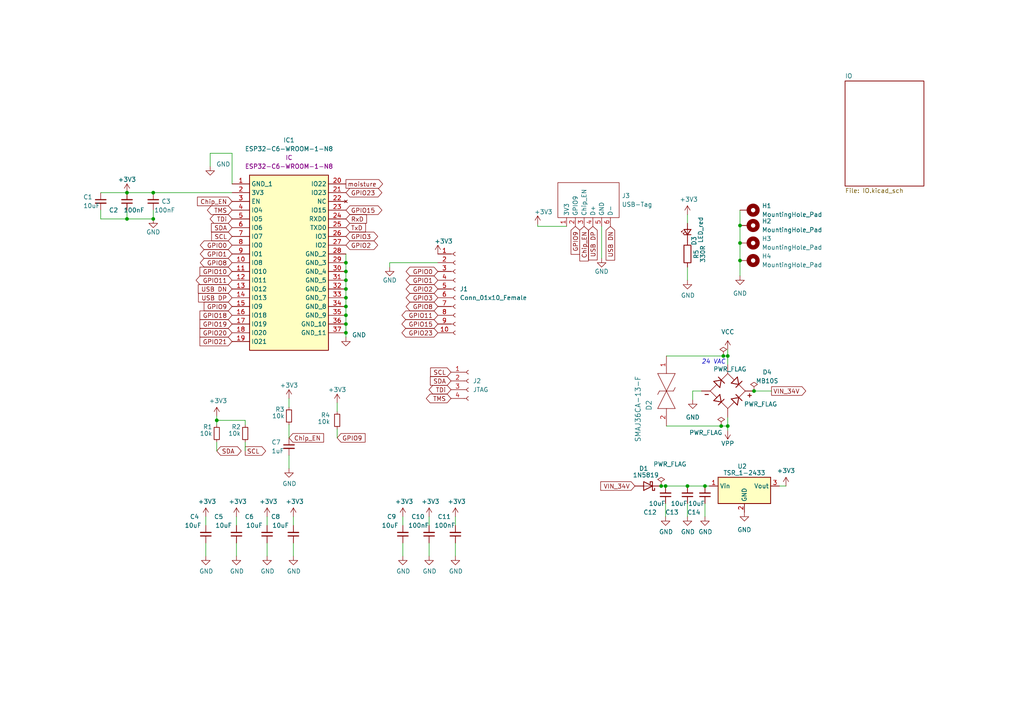
<source format=kicad_sch>
(kicad_sch (version 20211123) (generator eeschema)
  (paper "A4")
  (title_block (title "SprinklerESP32C6") (date "2022-06-29") (rev "V3.0"))
  (lib_symbols
    (symbol "838-22-006-10-001101:USB-Tag"
      (property "Reference" "J" (at 0 7.62 0))
      (property "Value" "USB-Tag" (at 0 5.08 0))
      (symbol "USB-Tag_0_1"
        (rectangle (start -10.16 -7.62) (end 7.62 2.54))
      )
      (symbol "USB-Tag_1_1"
        (pin power_in line (at -7.62 -10.16 90) (length 2.54) (name "3V3") (number "1"))
        (pin bidirectional line (at -5.08 -10.16 90) (length 2.54) (name "GPIO9") (number "2"))
        (pin bidirectional line (at -2.54 -10.16 90) (length 2.54) (name "Chip_EN") (number "3"))
        (pin bidirectional line (at 0 -10.16 90) (length 2.54) (name "D+") (number "4"))
        (pin power_in line (at 2.54 -10.16 90) (length 2.54) (name "GND") (number "5"))
        (pin bidirectional line (at 5.08 -10.16 90) (length 2.54) (name "D-") (number "6"))
      )
    )
    (symbol "Connector:Conn_01x04_Female" (pin_names (offset 1.016) hide)
      (property "Reference" "J" (at 0 5.08 0))
      (property "Value" "Conn_01x04_Female" (at 0 -7.62 0))
      (symbol "Conn_01x04_Female_1_1"
        (arc (start 0 -4.572) (mid -0.508 -5.08) (end 0 -5.588) (stroke (width 0.1524)))
        (arc (start 0 -2.032) (mid -0.508 -2.54) (end 0 -3.048) (stroke (width 0.1524)))
        (polyline (pts (xy -1.27 -5.08) (xy -0.508 -5.08)) (stroke (width 0.1524)))
        (polyline (pts (xy -1.27 -2.54) (xy -0.508 -2.54)) (stroke (width 0.1524)))
        (polyline (pts (xy -1.27 0) (xy -0.508 0)) (stroke (width 0.1524)))
        (polyline (pts (xy -1.27 2.54) (xy -0.508 2.54)) (stroke (width 0.1524)))
        (arc (start 0 0.508) (mid -0.508 0) (end 0 -0.508) (stroke (width 0.1524)))
        (arc (start 0 3.048) (mid -0.508 2.54) (end 0 2.032) (stroke (width 0.1524)))
        (pin passive line (at -5.08 2.54 0) (length 3.81) (name "Pin_1") (number "1"))
        (pin passive line (at -5.08 0 0) (length 3.81) (name "Pin_2") (number "2"))
        (pin passive line (at -5.08 -2.54 0) (length 3.81) (name "Pin_3") (number "3"))
        (pin passive line (at -5.08 -5.08 0) (length 3.81) (name "Pin_4") (number "4"))
      )
    )
    (symbol "Connector:Conn_01x10_Female" (pin_names (offset 1.016) hide)
      (property "Reference" "J" (at 0 12.7 0))
      (property "Value" "Conn_01x10_Female" (at 0 -15.24 0))
      (symbol "Conn_01x10_Female_1_1"
        (arc (start 0 -12.192) (mid -0.508 -12.7) (end 0 -13.208) (stroke (width 0.1524)))
        (arc (start 0 -9.652) (mid -0.508 -10.16) (end 0 -10.668) (stroke (width 0.1524)))
        (arc (start 0 -7.112) (mid -0.508 -7.62) (end 0 -8.128) (stroke (width 0.1524)))
        (arc (start 0 -4.572) (mid -0.508 -5.08) (end 0 -5.588) (stroke (width 0.1524)))
        (arc (start 0 -2.032) (mid -0.508 -2.54) (end 0 -3.048) (stroke (width 0.1524)))
        (polyline (pts (xy -1.27 -12.7) (xy -0.508 -12.7)) (stroke (width 0.1524)))
        (polyline (pts (xy -1.27 -10.16) (xy -0.508 -10.16)) (stroke (width 0.1524)))
        (polyline (pts (xy -1.27 -7.62) (xy -0.508 -7.62)) (stroke (width 0.1524)))
        (polyline (pts (xy -1.27 -5.08) (xy -0.508 -5.08)) (stroke (width 0.1524)))
        (polyline (pts (xy -1.27 -2.54) (xy -0.508 -2.54)) (stroke (width 0.1524)))
        (polyline (pts (xy -1.27 0) (xy -0.508 0)) (stroke (width 0.1524)))
        (polyline (pts (xy -1.27 2.54) (xy -0.508 2.54)) (stroke (width 0.1524)))
        (polyline (pts (xy -1.27 5.08) (xy -0.508 5.08)) (stroke (width 0.1524)))
        (polyline (pts (xy -1.27 7.62) (xy -0.508 7.62)) (stroke (width 0.1524)))
        (polyline (pts (xy -1.27 10.16) (xy -0.508 10.16)) (stroke (width 0.1524)))
        (arc (start 0 0.508) (mid -0.508 0) (end 0 -0.508) (stroke (width 0.1524)))
        (arc (start 0 3.048) (mid -0.508 2.54) (end 0 2.032) (stroke (width 0.1524)))
        (arc (start 0 5.588) (mid -0.508 5.08) (end 0 4.572) (stroke (width 0.1524)))
        (arc (start 0 8.128) (mid -0.508 7.62) (end 0 7.112) (stroke (width 0.1524)))
        (arc (start 0 10.668) (mid -0.508 10.16) (end 0 9.652) (stroke (width 0.1524)))
        (pin passive line (at -5.08 10.16 0) (length 3.81) (name "Pin_1") (number "1"))
        (pin passive line (at -5.08 -12.7 0) (length 3.81) (name "Pin_10") (number "10"))
        (pin passive line (at -5.08 7.62 0) (length 3.81) (name "Pin_2") (number "2"))
        (pin passive line (at -5.08 5.08 0) (length 3.81) (name "Pin_3") (number "3"))
        (pin passive line (at -5.08 2.54 0) (length 3.81) (name "Pin_4") (number "4"))
        (pin passive line (at -5.08 0 0) (length 3.81) (name "Pin_5") (number "5"))
        (pin passive line (at -5.08 -2.54 0) (length 3.81) (name "Pin_6") (number "6"))
        (pin passive line (at -5.08 -5.08 0) (length 3.81) (name "Pin_7") (number "7"))
        (pin passive line (at -5.08 -7.62 0) (length 3.81) (name "Pin_8") (number "8"))
        (pin passive line (at -5.08 -10.16 0) (length 3.81) (name "Pin_9") (number "9"))
      )
    )
    (symbol "Device:C_Small" (pin_numbers hide) (pin_names (offset 0.254) hide)
      (property "Reference" "C" (at 0.254 1.778 0))
      (property "Value" "C_Small" (at 0.254 -2.032 0))
      (symbol "C_Small_0_1"
        (polyline (pts (xy -1.524 -0.508) (xy 1.524 -0.508)) (stroke (width 0.3302)))
        (polyline (pts (xy -1.524 0.508) (xy 1.524 0.508)) (stroke (width 0.3048)))
      )
      (symbol "C_Small_1_1"
        (pin passive line (at 0 2.54 270) (length 2.032) (name "~") (number "1"))
        (pin passive line (at 0 -2.54 90) (length 2.032) (name "~") (number "2"))
      )
    )
    (symbol "Device:LED_Small" (pin_numbers hide) (pin_names (offset 0.254) hide)
      (property "Reference" "D" (at -1.27 3.175 0))
      (property "Value" "LED_Small" (at -4.445 -2.54 0))
      (symbol "LED_Small_0_1"
        (polyline (pts (xy -0.762 -1.016) (xy -0.762 1.016)) (stroke (width 0.254)))
        (polyline (pts (xy 1.016 0) (xy -0.762 0)))
        (polyline (pts (xy 0.762 -1.016) (xy -0.762 0) (xy 0.762 1.016) (xy 0.762 -1.016)) (stroke (width 0.254)))
        (polyline (pts (xy 0 0.762) (xy -0.508 1.27) (xy -0.254 1.27) (xy -0.508 1.27) (xy -0.508 1.016)))
        (polyline (pts (xy 0.508 1.27) (xy 0 1.778) (xy 0.254 1.778) (xy 0 1.778) (xy 0 1.524)))
      )
      (symbol "LED_Small_1_1"
        (pin passive line (at -2.54 0 0) (length 1.778) (name "K") (number "1"))
        (pin passive line (at 2.54 0 180) (length 1.778) (name "A") (number "2"))
      )
    )
    (symbol "Device:R" (pin_numbers hide) (pin_names (offset 0))
      (property "Reference" "R" (at 2.032 0 90))
      (property "Value" "R" (at 0 0 90))
      (symbol "R_0_1"
        (rectangle (start -1.016 -2.54) (end 1.016 2.54) (stroke (width 0.254)))
      )
      (symbol "R_1_1"
        (pin passive line (at 0 3.81 270) (length 1.27) (name "~") (number "1"))
        (pin passive line (at 0 -3.81 90) (length 1.27) (name "~") (number "2"))
      )
    )
    (symbol "Device:R_Small" (pin_numbers hide) (pin_names (offset 0.254) hide)
      (property "Reference" "R" (at 0.762 0.508 0))
      (property "Value" "R_Small" (at 0.762 -1.016 0))
      (symbol "R_Small_0_1"
        (rectangle (start -0.762 1.778) (end 0.762 -1.778) (stroke (width 0.2032)))
      )
      (symbol "R_Small_1_1"
        (pin passive line (at 0 2.54 270) (length 0.762) (name "~") (number "1"))
        (pin passive line (at 0 -2.54 90) (length 0.762) (name "~") (number "2"))
      )
    )
    (symbol "Diode:1N5819" (pin_numbers hide) (pin_names (offset 1.016) hide)
      (property "Reference" "D" (at 0 2.54 0))
      (property "Value" "1N5819" (at 0 -2.54 0))
      (symbol "1N5819_0_1"
        (polyline (pts (xy 1.27 0) (xy -1.27 0)))
        (polyline (pts (xy 1.27 1.27) (xy 1.27 -1.27) (xy -1.27 0) (xy 1.27 1.27)) (stroke (width 0.254)))
        (polyline (pts (xy -1.905 0.635) (xy -1.905 1.27) (xy -1.27 1.27) (xy -1.27 -1.27) (xy -0.635 -1.27) (xy -0.635 -0.635)) (stroke (width 0.254)))
      )
      (symbol "1N5819_1_1"
        (pin passive line (at -3.81 0 0) (length 2.54) (name "K") (number "1"))
        (pin passive line (at 3.81 0 180) (length 2.54) (name "A") (number "2"))
      )
    )
    (symbol "ESP32-C6-WROOM-1-N8:ESP32-C6-WROOM-1-N8"
      (property "Value" "ESP32-C6-WROOM-1-N8" (at 0 0 0))
      (property "Reference_1" "IC" (at 29.21 7.62 0))
      (property "Value_1" "ESP32-C6-WROOM-1-N8" (at 29.21 5.08 0))
      (symbol "ESP32-C6-WROOM-1-N8_1_1"
        (rectangle (start 5.08 2.54) (end 27.94 -48.26) (stroke (width 0.254)) (fill (type background)))
        (pin passive line (at 0 0 0) (length 5.08) (name "GND_1") (number "1"))
        (pin passive line (at 0 -22.86 0) (length 5.08) (name "IO8") (number "10"))
        (pin passive line (at 0 -25.4 0) (length 5.08) (name "IO10") (number "11"))
        (pin passive line (at 0 -27.94 0) (length 5.08) (name "IO11") (number "12"))
        (pin passive line (at 0 -30.48 0) (length 5.08) (name "IO12") (number "13"))
        (pin passive line (at 0 -33.02 0) (length 5.08) (name "IO13") (number "14"))
        (pin passive line (at 0 -35.56 0) (length 5.08) (name "IO9") (number "15"))
        (pin passive line (at 0 -38.1 0) (length 5.08) (name "IO18") (number "16"))
        (pin passive line (at 0 -40.64 0) (length 5.08) (name "IO19") (number "17"))
        (pin passive line (at 0 -43.18 0) (length 5.08) (name "IO20") (number "18"))
        (pin passive line (at 0 -45.72 0) (length 5.08) (name "IO21") (number "19"))
        (pin passive line (at 0 -2.54 0) (length 5.08) (name "3V3") (number "2"))
        (pin passive line (at 33.02 0 180) (length 5.08) (name "IO22") (number "20"))
        (pin passive line (at 33.02 -2.54 180) (length 5.08) (name "IO23") (number "21"))
        (pin no_connect line (at 33.02 -5.08 180) (length 5.08) (name "NC") (number "22"))
        (pin passive line (at 33.02 -7.62 180) (length 5.08) (name "IO15") (number "23"))
        (pin passive line (at 33.02 -10.16 180) (length 5.08) (name "RXD0") (number "24"))
        (pin passive line (at 33.02 -12.7 180) (length 5.08) (name "TXD0") (number "25"))
        (pin passive line (at 33.02 -15.24 180) (length 5.08) (name "IO3") (number "26"))
        (pin passive line (at 33.02 -17.78 180) (length 5.08) (name "IO2") (number "27"))
        (pin passive line (at 33.02 -20.32 180) (length 5.08) (name "GND_2") (number "28"))
        (pin passive line (at 33.02 -22.86 180) (length 5.08) (name "GND_3") (number "29"))
        (pin passive line (at 0 -5.08 0) (length 5.08) (name "EN") (number "3"))
        (pin passive line (at 33.02 -25.4 180) (length 5.08) (name "GND_4") (number "30"))
        (pin passive line (at 33.02 -27.94 180) (length 5.08) (name "GND_5") (number "31"))
        (pin passive line (at 33.02 -30.48 180) (length 5.08) (name "GND_6") (number "32"))
        (pin passive line (at 33.02 -33.02 180) (length 5.08) (name "GND_7") (number "33"))
        (pin passive line (at 33.02 -35.56 180) (length 5.08) (name "GND_8") (number "34"))
        (pin passive line (at 33.02 -38.1 180) (length 5.08) (name "GND_9") (number "35"))
        (pin passive line (at 33.02 -40.64 180) (length 5.08) (name "GND_10") (number "36"))
        (pin passive line (at 33.02 -43.18 180) (length 5.08) (name "GND_11") (number "37"))
        (pin passive line (at 0 -7.62 0) (length 5.08) (name "IO4") (number "4"))
        (pin passive line (at 0 -10.16 0) (length 5.08) (name "IO5") (number "5"))
        (pin passive line (at 0 -12.7 0) (length 5.08) (name "IO6") (number "6"))
        (pin passive line (at 0 -15.24 0) (length 5.08) (name "IO7") (number "7"))
        (pin passive line (at 0 -17.78 0) (length 5.08) (name "IO0") (number "8"))
        (pin passive line (at 0 -20.32 0) (length 5.08) (name "IO1") (number "9"))
      )
    )
    (symbol "MB10S:MB10S" (pin_numbers hide) (pin_names (offset 1.016) hide)
      (property "Reference" "D" (at 5.08 5.08 0))
      (property "Value" "MB10S" (at 5.08 -7.62 0))
      (symbol "MB10S_0_0"
        (polyline (pts (xy -6.858 1.27) (xy -5.842 1.27)) (stroke (width 0.254)))
        (polyline (pts (xy -6.35 0.762) (xy -6.35 1.778)) (stroke (width 0.254)))
        (polyline (pts (xy -5.08 0) (xy -3.175 -1.905)) (stroke (width 0.1524)))
        (polyline (pts (xy -3.175 -1.905) (xy -2.794 -4.064)) (stroke (width 0.254)))
        (polyline (pts (xy -3.175 -1.905) (xy -1.016 -2.286)) (stroke (width 0.254)))
        (polyline (pts (xy -3.175 1.905) (xy -5.08 0)) (stroke (width 0.1524)))
        (polyline (pts (xy -3.175 1.905) (xy -2.794 4.064)) (stroke (width 0.254)))
        (polyline (pts (xy -3.175 1.905) (xy -1.016 2.286)) (stroke (width 0.254)))
        (polyline (pts (xy -2.3622 -1.0668) (xy -4.1402 -2.8448)) (stroke (width 0.254)))
        (polyline (pts (xy -2.3622 1.016) (xy -4.1402 2.794)) (stroke (width 0.254)))
        (polyline (pts (xy -1.016 -2.286) (xy -2.794 -4.064)) (stroke (width 0.254)))
        (polyline (pts (xy -1.016 2.286) (xy -2.794 4.064)) (stroke (width 0.254)))
        (polyline (pts (xy 0 -5.08) (xy -1.8034 -3.2766)) (stroke (width 0.1524)))
        (polyline (pts (xy 0 -5.08) (xy 1.905 -3.175)) (stroke (width 0.1524)))
        (polyline (pts (xy 0 5.08) (xy -1.8034 3.2766)) (stroke (width 0.1524)))
        (polyline (pts (xy 1.905 -3.175) (xy 2.286 -1.016)) (stroke (width 0.254)))
        (polyline (pts (xy 1.905 -3.175) (xy 4.064 -2.794)) (stroke (width 0.254)))
        (polyline (pts (xy 1.905 3.175) (xy 0 5.08)) (stroke (width 0.1524)))
        (polyline (pts (xy 1.905 3.175) (xy 2.286 1.016)) (stroke (width 0.254)))
        (polyline (pts (xy 1.905 3.175) (xy 4.064 2.794)) (stroke (width 0.254)))
        (polyline (pts (xy 2.7178 -4.0386) (xy 0.9398 -2.2606)) (stroke (width 0.254)))
        (polyline (pts (xy 2.7178 4.0386) (xy 1.0668 2.3876)) (stroke (width 0.254)))
        (polyline (pts (xy 3.2766 -1.8034) (xy 5.08 0)) (stroke (width 0.1524)))
        (polyline (pts (xy 4.064 -2.794) (xy 2.286 -1.016)) (stroke (width 0.254)))
        (polyline (pts (xy 4.064 2.794) (xy 2.286 1.016)) (stroke (width 0.254)))
        (polyline (pts (xy 5.08 0) (xy 3.2766 1.8034)) (stroke (width 0.1524)))
        (polyline (pts (xy 5.588 1.016) (xy 6.604 1.016)) (stroke (width 0.254)))
        (pin passive line (at -7.62 0 0) (length 2.54) (name "~") (number "1"))
        (pin passive line (at 7.62 0 180) (length 2.54) (name "~") (number "2"))
        (pin passive line (at 0 -7.62 90) (length 2.54) (name "~") (number "3"))
        (pin passive line (at 0 7.62 270) (length 2.54) (name "~") (number "4"))
      )
    )
    (symbol "Mechanical:MountingHole_Pad" (pin_numbers hide) (pin_names (offset 1.016) hide)
      (property "Reference" "H" (at 0 6.35 0))
      (property "Value" "MountingHole_Pad" (at 0 4.445 0))
      (symbol "MountingHole_Pad_0_1"
        (circle (center 0 1.27) (radius 1.27) (stroke (width 1.27)))
      )
      (symbol "MountingHole_Pad_1_1"
        (pin input line (at 0 -2.54 90) (length 2.54) (name "1") (number "1"))
      )
    )
    (symbol "Regulator_Switching:TSR_1-2450"
      (property "Reference" "U" (at -7.62 6.35 0))
      (property "Value" "TSR_1-2450" (at -1.27 6.35 0))
      (symbol "TSR_1-2450_0_1"
        (rectangle (start -7.62 5.08) (end 7.62 -2.54) (stroke (width 0.254)) (fill (type background)))
      )
      (symbol "TSR_1-2450_1_1"
        (pin power_in line (at -10.16 2.54 0) (length 2.54) (name "Vin") (number "1"))
        (pin power_in line (at 0 -5.08 90) (length 2.54) (name "GND") (number "2"))
        (pin power_out line (at 10.16 2.54 180) (length 2.54) (name "Vout") (number "3"))
      )
    )
    (symbol "Sprinkler_Vers_2.5_routed-eagle-import:SMAJ36CA-13-F" (pin_names (offset 1.016))
      (property "Reference" "D" (at 15.24 8.89 0))
      (property "Value" "SMAJ36CA-13-F" (at 15.24 6.35 0))
      (symbol "SMAJ36CA-13-F_1_0"
        (polyline (pts (xy 5.08 -2.54) (xy 5.08 2.54)))
        (polyline (pts (xy 5.08 -2.54) (xy 10.16 0)))
        (polyline (pts (xy 9.144 2.54) (xy 10.16 2.032)))
        (polyline (pts (xy 10.16 -2.032) (xy 10.16 2.032)))
        (polyline (pts (xy 10.16 -2.032) (xy 11.176 -2.54)))
        (polyline (pts (xy 10.16 0) (xy 5.08 2.54)))
        (polyline (pts (xy 10.16 0) (xy 15.24 2.54)))
        (polyline (pts (xy 15.24 -2.54) (xy 10.16 0)))
        (polyline (pts (xy 15.24 -2.54) (xy 15.24 2.54)))
        (pin passive line (at 20.32 0 180) (length 5.08) (name "K") (number "1"))
        (pin passive line (at 0 0 0) (length 5.08) (name "A") (number "2"))
      )
    )
    (symbol "power:+3V3" (power) (pin_names (offset 0))
      (property "Value" "+3V3" (at 0 3.556 0))
      (symbol "+3V3_0_1"
        (polyline (pts (xy -0.762 1.27) (xy 0 2.54)))
        (polyline (pts (xy 0 0) (xy 0 2.54)))
        (polyline (pts (xy 0 2.54) (xy 0.762 1.27)))
      )
      (symbol "+3V3_1_1"
        (pin power_in line (at 0 0 90) (length 0) hide (name "+3V3") (number "1"))
      )
    )
    (symbol "power:GND" (power) (pin_names (offset 0))
      (property "Value" "GND" (at 0 -3.81 0))
      (symbol "GND_0_1"
        (polyline (pts (xy 0 0) (xy 0 -1.27) (xy 1.27 -1.27) (xy 0 -2.54) (xy -1.27 -1.27) (xy 0 -1.27)))
      )
      (symbol "GND_1_1"
        (pin power_in line (at 0 0 270) (length 0) hide (name "GND") (number "1"))
      )
    )
    (symbol "power:PWR_FLAG" (power) (pin_numbers hide) (pin_names (offset 0) hide)
      (property "Value" "PWR_FLAG" (at 0 3.81 0))
      (symbol "PWR_FLAG_0_0"
        (pin power_out line (at 0 0 90) (length 0) (name "pwr") (number "1"))
      )
      (symbol "PWR_FLAG_0_1"
        (polyline (pts (xy 0 0) (xy 0 1.27) (xy -1.016 1.905) (xy 0 2.54) (xy 1.016 1.905) (xy 0 1.27)))
      )
    )
    (symbol "power:VCC" (power) (pin_names (offset 0))
      (property "Value" "VCC" (at 0 3.81 0))
      (symbol "VCC_0_1"
        (polyline (pts (xy -0.762 1.27) (xy 0 2.54)))
        (polyline (pts (xy 0 0) (xy 0 2.54)))
        (polyline (pts (xy 0 2.54) (xy 0.762 1.27)))
      )
      (symbol "VCC_1_1"
        (pin power_in line (at 0 0 90) (length 0) hide (name "VCC") (number "1"))
      )
    )
    (symbol "power:VPP" (power) (pin_names (offset 0))
      (property "Value" "VPP" (at 0 3.81 0))
      (symbol "VPP_0_1"
        (polyline (pts (xy -0.762 1.27) (xy 0 2.54)))
        (polyline (pts (xy 0 0) (xy 0 2.54)))
        (polyline (pts (xy 0 2.54) (xy 0.762 1.27)))
      )
      (symbol "VPP_1_1"
        (pin power_in line (at 0 0 90) (length 0) hide (name "VPP") (number "1"))
      )
    )
  )
  (junction (at 209.169 123.571))
  (junction (at 100.33 91.44))
  (junction (at 214.63 65.405))
  (junction (at 204.47 140.97))
  (junction (at 100.33 88.9))
  (junction (at 218.694 113.411))
  (junction (at 209.804 103.251))
  (junction (at 193.04 140.97))
  (junction (at 36.83 63.5))
  (junction (at 214.63 70.485))
  (junction (at 191.77 140.97))
  (junction (at 44.45 55.88))
  (junction (at 199.39 140.97))
  (junction (at 211.074 103.251))
  (junction (at 100.33 96.52))
  (junction (at 100.33 93.98))
  (junction (at 100.33 78.74))
  (junction (at 211.074 123.571))
  (junction (at 100.33 76.2))
  (junction (at 214.63 75.565))
  (junction (at 100.33 86.36))
  (junction (at 62.865 121.92))
  (junction (at 100.33 83.82))
  (junction (at 44.45 63.5))
  (junction (at 100.33 81.28))
  (junction (at 36.83 55.88))
  (wire (pts (xy 83.82 132.08) (xy 83.82 135.89)))
  (wire (pts (xy 127 76.2) (xy 113.03 76.2)))
  (wire (pts (xy 209.804 103.251) (xy 211.074 103.251)))
  (wire (pts (xy 113.03 76.2) (xy 113.03 77.47)))
  (wire (pts (xy 204.47 140.97) (xy 205.74 140.97)))
  (wire (pts (xy 193.294 103.251) (xy 209.804 103.251)))
  (wire (pts (xy 85.09 157.48) (xy 85.09 161.29)))
  (wire (pts (xy 36.83 63.5) (xy 44.45 63.5)))
  (wire (pts (xy 164.338 65.659) (xy 155.956 65.659)))
  (wire (pts (xy 214.63 65.405) (xy 214.63 70.485)))
  (wire (pts (xy 68.58 149.86) (xy 68.58 152.4)))
  (wire (pts (xy 200.914 113.411) (xy 200.914 115.951)))
  (wire (pts (xy 77.47 157.48) (xy 77.47 161.29)))
  (wire (pts (xy 100.33 73.66) (xy 100.33 76.2)))
  (wire (pts (xy 211.074 123.571) (xy 211.074 124.841)))
  (wire (pts (xy 60.96 44.45) (xy 60.96 48.26)))
  (wire (pts (xy 214.63 70.485) (xy 214.63 75.565)))
  (wire (pts (xy 193.04 149.86) (xy 193.04 146.05)))
  (wire (pts (xy 199.39 81.28) (xy 199.39 77.47)))
  (wire (pts (xy 71.12 130.81) (xy 71.12 128.27)))
  (wire (pts (xy 211.074 103.251) (xy 211.074 105.791)))
  (wire (pts (xy 62.865 121.92) (xy 62.865 120.65)))
  (wire (pts (xy 226.06 140.97) (xy 227.965 140.97)))
  (wire (pts (xy 97.79 116.84) (xy 97.79 119.38)))
  (wire (pts (xy 132.08 161.29) (xy 132.08 157.48)))
  (wire (pts (xy 193.294 123.571) (xy 209.169 123.571)))
  (wire (pts (xy 44.45 63.5) (xy 44.45 60.96)))
  (wire (pts (xy 116.84 149.86) (xy 116.84 152.4)))
  (wire (pts (xy 116.84 157.48) (xy 116.84 161.29)))
  (wire (pts (xy 59.69 157.48) (xy 59.69 161.29)))
  (wire (pts (xy 100.33 96.52) (xy 100.33 97.79)))
  (wire (pts (xy 62.865 123.19) (xy 62.865 121.92)))
  (wire (pts (xy 124.46 161.29) (xy 124.46 157.48)))
  (wire (pts (xy 191.77 140.97) (xy 193.04 140.97)))
  (wire (pts (xy 85.09 149.86) (xy 85.09 152.4)))
  (wire (pts (xy 44.45 55.88) (xy 67.31 55.88)))
  (wire (pts (xy 100.33 76.2) (xy 100.33 78.74)))
  (wire (pts (xy 67.31 44.45) (xy 60.96 44.45)))
  (wire (pts (xy 62.865 130.81) (xy 62.865 128.27)))
  (wire (pts (xy 29.21 63.5) (xy 36.83 63.5)))
  (wire (pts (xy 29.21 55.88) (xy 36.83 55.88)))
  (wire (pts (xy 83.82 115.57) (xy 83.82 118.11)))
  (wire (pts (xy 132.08 152.4) (xy 132.08 149.86)))
  (wire (pts (xy 36.83 60.96) (xy 36.83 63.5)))
  (wire (pts (xy 211.074 121.031) (xy 211.074 123.571)))
  (wire (pts (xy 71.12 123.19) (xy 71.12 121.92)))
  (wire (pts (xy 67.31 53.34) (xy 67.31 44.45)))
  (wire (pts (xy 211.074 103.251) (xy 211.074 101.346)))
  (wire (pts (xy 193.04 140.97) (xy 199.39 140.97)))
  (wire (pts (xy 100.33 78.74) (xy 100.33 81.28)))
  (wire (pts (xy 100.33 86.36) (xy 100.33 88.9)))
  (wire (pts (xy 214.63 60.96) (xy 214.63 65.405)))
  (wire (pts (xy 68.58 157.48) (xy 68.58 161.29)))
  (wire (pts (xy 59.69 149.86) (xy 59.69 152.4)))
  (wire (pts (xy 209.169 123.571) (xy 211.074 123.571)))
  (wire (pts (xy 203.454 113.411) (xy 200.914 113.411)))
  (wire (pts (xy 155.956 65.151) (xy 155.956 65.659)))
  (wire (pts (xy 100.33 83.82) (xy 100.33 86.36)))
  (wire (pts (xy 100.33 91.44) (xy 100.33 93.98)))
  (wire (pts (xy 77.47 149.86) (xy 77.47 152.4)))
  (wire (pts (xy 204.47 146.05) (xy 204.47 149.86)))
  (wire (pts (xy 36.83 55.88) (xy 44.45 55.88)))
  (wire (pts (xy 199.39 140.97) (xy 204.47 140.97)))
  (wire (pts (xy 214.63 75.565) (xy 214.63 80.01)))
  (wire (pts (xy 100.33 88.9) (xy 100.33 91.44)))
  (wire (pts (xy 29.21 60.96) (xy 29.21 63.5)))
  (wire (pts (xy 199.39 64.77) (xy 199.39 62.23)))
  (wire (pts (xy 100.33 93.98) (xy 100.33 96.52)))
  (wire (pts (xy 199.39 146.05) (xy 199.39 149.86)))
  (wire (pts (xy 218.694 113.411) (xy 223.774 113.411)))
  (wire (pts (xy 100.33 81.28) (xy 100.33 83.82)))
  (wire (pts (xy 97.79 127) (xy 97.79 124.46)))
  (wire (pts (xy 124.46 152.4) (xy 124.46 149.86)))
  (wire (pts (xy 71.12 121.92) (xy 62.865 121.92)))
  (wire (pts (xy 83.82 123.19) (xy 83.82 127)))
  (wire (pts (xy 174.498 65.659) (xy 174.498 74.93)))
  (text "24 VAC" (at 203.454 105.791 0) (effects (font (size 1.27 1.27) italic) (justify left bottom)))
  (global_label "TMS" (shape bidirectional) (at 67.31 60.96 180) (property "Intersheet References" "${INTERSHEET_REFS}" (effects hide)))
  (global_label "SCL" (shape input) (at 67.31 68.58 180) (property "Intersheet References" "${INTERSHEET_REFS}" (effects hide)))
  (global_label "GPIO21" (shape input) (at 67.31 99.06 180) (property "Intersheet References" "${INTERSHEET_REFS}" (effects hide)))
  (global_label "GPIO23" (shape bidirectional) (at 127 96.52 180) (property "Intersheet References" "${INTERSHEET_REFS}" (effects hide)))
  (global_label "GPIO11" (shape bidirectional) (at 127 91.44 180) (property "Intersheet References" "${INTERSHEET_REFS}" (effects hide)))
  (global_label "TMS" (shape bidirectional) (at 130.81 115.57 180) (property "Intersheet References" "${INTERSHEET_REFS}" (effects hide)))
  (global_label "GPIO9" (shape input) (at 97.79 127 0) (property "Intersheet References" "${INTERSHEET_REFS}" (effects hide)))
  (global_label "TDi" (shape bidirectional) (at 130.81 113.03 180) (property "Intersheet References" "${INTERSHEET_REFS}" (effects hide)))
  (global_label "GPIO2" (shape bidirectional) (at 127 83.82 180) (property "Intersheet References" "${INTERSHEET_REFS}" (effects hide)))
  (global_label "GPIO2" (shape bidirectional) (at 100.33 71.12 0) (property "Intersheet References" "${INTERSHEET_REFS}" (effects hide)))
  (global_label "GPIO9" (shape input) (at 166.878 65.659 270) (property "Intersheet References" "${INTERSHEET_REFS}" (effects hide)))
  (global_label "GPIO9" (shape input) (at 67.31 88.9 180) (property "Intersheet References" "${INTERSHEET_REFS}" (effects hide)))
  (global_label "SDA" (shape input) (at 130.81 110.49 180) (property "Intersheet References" "${INTERSHEET_REFS}" (effects hide)))
  (global_label "GPIO15" (shape bidirectional) (at 127 93.98 180) (property "Intersheet References" "${INTERSHEET_REFS}" (effects hide)))
  (global_label "SCL" (shape output) (at 71.12 130.81 0) (property "Intersheet References" "${INTERSHEET_REFS}" (effects hide)))
  (global_label "VIN_34V" (shape output) (at 223.774 113.411 0) (property "Intersheet References" "${INTERSHEET_REFS}" (effects hide)))
  (global_label "GPIO8" (shape bidirectional) (at 67.31 76.2 180) (property "Intersheet References" "${INTERSHEET_REFS}" (effects hide)))
  (global_label "SDA" (shape input) (at 67.31 66.04 180) (property "Intersheet References" "${INTERSHEET_REFS}" (effects hide)))
  (global_label "SDA" (shape bidirectional) (at 62.865 130.81 0) (property "Intersheet References" "${INTERSHEET_REFS}" (effects hide)))
  (global_label "Chip_EN" (shape input) (at 67.31 58.42 180) (property "Intersheet References" "${INTERSHEET_REFS}" (effects hide)))
  (global_label "USB DN" (shape input) (at 177.038 65.659 270) (property "Intersheet References" "${INTERSHEET_REFS}" (effects hide)))
  (global_label "moisture" (shape output) (at 100.33 53.34 0) (property "Intersheet References" "${INTERSHEET_REFS}" (effects hide)))
  (global_label "GPIO23" (shape bidirectional) (at 100.33 55.88 0) (property "Intersheet References" "${INTERSHEET_REFS}" (effects hide)))
  (global_label "GPIO1" (shape bidirectional) (at 67.31 73.66 180) (property "Intersheet References" "${INTERSHEET_REFS}" (effects hide)))
  (global_label "GPIO20" (shape input) (at 67.31 96.52 180) (property "Intersheet References" "${INTERSHEET_REFS}" (effects hide)))
  (global_label "TDi" (shape bidirectional) (at 67.31 63.5 180) (property "Intersheet References" "${INTERSHEET_REFS}" (effects hide)))
  (global_label "GPIO19" (shape input) (at 67.31 93.98 180) (property "Intersheet References" "${INTERSHEET_REFS}" (effects hide)))
  (global_label "USB DN" (shape input) (at 67.31 83.82 180) (property "Intersheet References" "${INTERSHEET_REFS}" (effects hide)))
  (global_label "USB DP" (shape input) (at 171.958 65.659 270) (property "Intersheet References" "${INTERSHEET_REFS}" (effects hide)))
  (global_label "TxD" (shape input) (at 100.33 66.04 0) (property "Intersheet References" "${INTERSHEET_REFS}" (effects hide)))
  (global_label "RxD" (shape input) (at 100.33 63.5 0) (property "Intersheet References" "${INTERSHEET_REFS}" (effects hide)))
  (global_label "Chip_EN" (shape input) (at 169.418 65.659 270) (property "Intersheet References" "${INTERSHEET_REFS}" (effects hide)))
  (global_label "USB DP" (shape input) (at 67.31 86.36 180) (property "Intersheet References" "${INTERSHEET_REFS}" (effects hide)))
  (global_label "VIN_34V" (shape input) (at 184.15 140.97 180) (property "Intersheet References" "${INTERSHEET_REFS}" (effects hide)))
  (global_label "GPIO0" (shape bidirectional) (at 67.31 71.12 180) (property "Intersheet References" "${INTERSHEET_REFS}" (effects hide)))
  (global_label "GPIO11" (shape bidirectional) (at 67.31 81.28 180) (property "Intersheet References" "${INTERSHEET_REFS}" (effects hide)))
  (global_label "Chip_EN" (shape input) (at 83.82 127 0) (property "Intersheet References" "${INTERSHEET_REFS}" (effects hide)))
  (global_label "SCL" (shape input) (at 130.81 107.95 180) (property "Intersheet References" "${INTERSHEET_REFS}" (effects hide)))
  (global_label "GPIO0" (shape bidirectional) (at 127 78.74 180) (property "Intersheet References" "${INTERSHEET_REFS}" (effects hide)))
  (global_label "GPIO3" (shape bidirectional) (at 127 86.36 180) (property "Intersheet References" "${INTERSHEET_REFS}" (effects hide)))
  (global_label "GPIO8" (shape bidirectional) (at 127 88.9 180) (property "Intersheet References" "${INTERSHEET_REFS}" (effects hide)))
  (global_label "GPIO18" (shape input) (at 67.31 91.44 180) (property "Intersheet References" "${INTERSHEET_REFS}" (effects hide)))
  (global_label "GPIO10" (shape input) (at 67.31 78.74 180) (property "Intersheet References" "${INTERSHEET_REFS}" (effects hide)))
  (global_label "GPIO3" (shape bidirectional) (at 100.33 68.58 0) (property "Intersheet References" "${INTERSHEET_REFS}" (effects hide)))
  (global_label "GPIO15" (shape bidirectional) (at 100.33 60.96 0) (property "Intersheet References" "${INTERSHEET_REFS}" (effects hide)))
  (global_label "GPIO1" (shape bidirectional) (at 127 81.28 180) (property "Intersheet References" "${INTERSHEET_REFS}" (effects hide)))
  (symbol (lib_id "Device:C_Small") (at 116.84 154.94 180) (unit 1)
    (property "Reference" "C9" (at 114.935 149.86 0) (effects (justify left)))
    (property "Value" "10uF" (at 115.57 152.4 0) (effects (justify left)))
    (property "Footprint" "Capacitor_SMD:C_0402_1005Metric" (effects hide))
    (property "LCSC Part #" "C15525" (effects hide))
  )
  (symbol (lib_id "power:GND") (at 116.84 161.29 0) (unit 1)
    (property "Reference" "#PWR019" (effects hide))
    (property "Value" "GND" (at 116.967 165.6842 0))
  )
  (symbol (lib_id "Device:LED_Small") (at 199.39 67.31 90) (unit 1)
    (property "Reference" "D3" (at 201.295 69.85 0))
    (property "Value" "LED_red" (at 203.2 66.675 0))
    (property "Footprint" "LED_SMD:LED_0402_1005Metric" (effects hide))
    (property "LCSC Part #" "C434449" (effects hide))
  )
  (symbol (lib_id "Device:R") (at 199.39 73.66 180) (unit 1)
    (property "Reference" "R5" (at 201.93 72.39 90) (effects (justify left)))
    (property "Value" "330R" (at 203.835 71.12 90) (effects (justify left)))
    (property "Footprint" "Resistor_SMD:R_0402_1005Metric" (effects hide))
    (property "LCSC Part #" "C25104" (effects hide))
  )
  (symbol (lib_id "power:+3V3") (at 62.865 120.65 0) (unit 1)
    (property "Reference" "#PWR06" (effects hide))
    (property "Value" "+3V3" (at 63.246 116.2558 0))
  )
  (symbol (lib_id "Device:R_Small") (at 62.865 125.73 180) (unit 1)
    (property "Reference" "R1" (at 61.595 123.825 0) (effects (justify left)))
    (property "Value" "10k" (at 61.595 125.73 0) (effects (justify left)))
    (property "Footprint" "Resistor_SMD:R_0402_1005Metric" (effects hide))
    (property "LCSC Part #" "C25744" (effects hide))
  )
  (symbol (lib_id "Device:R_Small") (at 71.12 125.73 180) (unit 1)
    (property "Reference" "R2" (at 69.85 123.825 0) (effects (justify left)))
    (property "Value" "10k" (at 69.85 125.73 0) (effects (justify left)))
    (property "Footprint" "Resistor_SMD:R_0402_1005Metric" (effects hide))
    (property "LCSC Part #" "C25744" (effects hide))
  )
  (symbol (lib_id "power:+3V3") (at 227.965 140.97 0) (unit 1)
    (property "Reference" "#PWR037" (effects hide))
    (property "Value" "+3V3" (at 227.965 136.525 0))
  )
  (symbol (lib_id "power:+3V3") (at 132.08 149.86 0) (unit 1)
    (property "Reference" "#PWR023" (effects hide))
    (property "Value" "+3V3" (at 132.461 145.4658 0))
  )
  (symbol (lib_id "power:GND") (at 124.46 161.29 0) (unit 1)
    (property "Reference" "#PWR021" (effects hide))
    (property "Value" "GND" (at 124.587 165.6842 0))
  )
  (symbol (lib_id "Device:C_Small") (at 132.08 154.94 180) (unit 1)
    (property "Reference" "C11" (at 130.81 149.86 0) (effects (justify left)))
    (property "Value" "100nF" (at 132.08 152.4 0) (effects (justify left)))
    (property "Footprint" "Capacitor_SMD:C_0402_1005Metric" (effects hide))
    (property "LCSC Part #" "C1525" (effects hide))
  )
  (symbol (lib_id "power:GND") (at 199.39 149.86 0) (unit 1)
    (property "Reference" "#PWR030" (effects hide))
    (property "Value" "GND" (at 199.517 154.2542 0))
  )
  (symbol (lib_id "power:GND") (at 174.498 74.93 0) (unit 1)
    (property "Reference" "#PWR026" (effects hide))
    (property "Value" "GND" (at 174.498 78.74 0))
  )
  (symbol (lib_id "power:GND") (at 100.33 97.79 0) (unit 1)
    (property "Reference" "#PWR016" (effects hide))
    (property "Value" "GND" (at 104.14 97.155 0))
  )
  (symbol (lib_id "Device:R_Small") (at 83.82 120.65 180) (unit 1)
    (property "Reference" "R3" (at 82.55 118.745 0) (effects (justify left)))
    (property "Value" "10k" (at 82.55 120.65 0) (effects (justify left)))
    (property "Footprint" "Resistor_SMD:R_0402_1005Metric" (effects hide))
    (property "LCSC Part #" "C25744" (effects hide))
  )
  (symbol (lib_id "Device:C_Small") (at 204.47 143.51 180) (unit 1)
    (property "Reference" "C14" (at 203.2 148.59 0) (effects (justify left)))
    (property "Value" "10uF" (at 204.47 146.05 0) (effects (justify left)))
    (property "Footprint" "Capacitor_SMD:C_0402_1005Metric" (effects hide))
    (property "LCSC Part #" "C15525" (effects hide))
  )
  (symbol (lib_id "power:+3V3") (at 97.79 116.84 0) (mirror y) (unit 1)
    (property "Reference" "#PWR015" (effects hide))
    (property "Value" "+3V3" (at 97.79 113.03 0))
  )
  (symbol (lib_id "power:+3V3") (at 59.69 149.86 0) (unit 1)
    (property "Reference" "#PWR03" (effects hide))
    (property "Value" "+3V3" (at 60.071 145.4658 0))
  )
  (symbol (lib_id "Device:C_Small") (at 85.09 154.94 180) (unit 1)
    (property "Reference" "C8" (at 81.28 149.86 0) (effects (justify left)))
    (property "Value" "10uF" (at 83.82 152.4 0) (effects (justify left)))
    (property "Footprint" "Capacitor_SMD:C_0402_1005Metric" (effects hide))
    (property "LCSC Part #" "C15525" (effects hide))
  )
  (symbol (lib_id "power:GND") (at 204.47 149.86 0) (unit 1)
    (property "Reference" "#PWR032" (effects hide))
    (property "Value" "GND" (at 204.597 154.2542 0))
  )
  (symbol (lib_id "power:GND") (at 83.82 135.89 0) (unit 1)
    (property "Reference" "#PWR012" (effects hide))
    (property "Value" "GND" (at 83.947 140.2842 0))
  )
  (symbol (lib_id "power:GND") (at 132.08 161.29 0) (unit 1)
    (property "Reference" "#PWR024" (effects hide))
    (property "Value" "GND" (at 132.207 165.6842 0))
  )
  (symbol (lib_id "MB10S:MB10S") (at 211.074 113.411 180) (unit 1)
    (property "Reference" "D4" (at 222.504 107.9498 0))
    (property "Value" "MB10S" (at 222.504 110.4898 0))
    (property "Footprint" "MB10S:SOIC245P670X290-4N" (effects hide))
    (property "Datasheet" "C2488" (effects hide))
    (property "MF" "ON Semiconductor" (effects hide))
    (property "DESCRIPTION" "MB10S Series 0.5 A 1000 V Low Leakage SMT Bridge Rectifier - SOIC-4" (effects hide))
    (property "PACKAGE" "SOIC-4 ON Semiconductor" (effects hide))
    (property "MP" "MB10S" (effects hide))
    (property "PRICE" "None" (effects hide))
    (property "AVAILABILITY" "Unavailable" (effects hide))
    (property "LCSC Part #" "C2488" (effects hide))
  )
  (symbol (lib_id "power:GND") (at 193.04 149.86 0) (unit 1)
    (property "Reference" "#PWR027" (effects hide))
    (property "Value" "GND" (at 193.167 154.2542 0))
  )
  (symbol (lib_id "Device:C_Small") (at 77.47 154.94 180) (unit 1)
    (property "Reference" "C6" (at 73.66 149.86 0) (effects (justify left)))
    (property "Value" "10uF" (at 76.2 152.4 0) (effects (justify left)))
    (property "Footprint" "Capacitor_SMD:C_0402_1005Metric" (effects hide))
    (property "LCSC Part #" "C15525" (effects hide))
  )
  (symbol (lib_id "Device:C_Small") (at 199.39 143.51 180) (unit 1)
    (property "Reference" "C13" (at 196.85 148.59 0) (effects (justify left)))
    (property "Value" "10uF" (at 199.39 146.05 0) (effects (justify left)))
    (property "Footprint" "Capacitor_SMD:C_0402_1005Metric" (effects hide))
    (property "LCSC Part #" "C15525" (effects hide))
  )
  (symbol (lib_id "power:PWR_FLAG") (at 191.77 140.97 0) (unit 1)
    (property "Reference" "#FLG01" (effects hide))
    (property "Value" "PWR_FLAG" (at 194.31 134.62 0))
  )
  (symbol (lib_id "power:VCC") (at 211.074 101.346 0) (unit 1)
    (property "Reference" "#PWR033" (effects hide))
    (property "Value" "VCC" (at 211.074 96.266 0))
  )
  (symbol (lib_id "Device:C_Small") (at 193.04 143.51 180) (unit 1)
    (property "Reference" "C12" (at 190.5 148.59 0) (effects (justify left)))
    (property "Value" "10uF" (at 193.04 146.05 0) (effects (justify left)))
    (property "Footprint" "Capacitor_SMD:C_0402_1005Metric" (effects hide))
    (property "LCSC Part #" "C15525" (effects hide))
  )
  (symbol (lib_id "Device:C_Small") (at 59.69 154.94 180) (unit 1)
    (property "Reference" "C4" (at 57.785 149.86 0) (effects (justify left)))
    (property "Value" "10uF" (at 58.42 152.4 0) (effects (justify left)))
    (property "Footprint" "Capacitor_SMD:C_0402_1005Metric" (effects hide))
    (property "LCSC Part #" "C15525" (effects hide))
  )
  (symbol (lib_id "Device:C_Small") (at 29.21 58.42 0) (unit 1)
    (property "Reference" "C1" (at 24.13 57.15 0) (effects (justify left)))
    (property "Value" "10uF" (at 24.13 59.69 0) (effects (justify left)))
    (property "Footprint" "Capacitor_SMD:C_0402_1005Metric" (effects hide))
    (property "LCSC Part#" "C15525" (effects hide))
    (property "LCSC Part #" "C15525" (effects hide))
  )
  (symbol (lib_id "Device:R_Small") (at 97.79 121.92 180) (unit 1)
    (property "Reference" "R4" (at 95.758 120.396 0) (effects (justify left)))
    (property "Value" "10k" (at 95.758 122.301 0) (effects (justify left)))
    (property "Footprint" "Resistor_SMD:R_0402_1005Metric" (effects hide))
    (property "LCSC Part #" "C25744" (effects hide))
  )
  (symbol (lib_id "ESP32-C6-WROOM-1-N8:ESP32-C6-WROOM-1-N8") (at 67.31 53.34 0) (unit 1)
    (property "Reference" "IC1" (at 83.82 40.64 0))
    (property "Value" "ESP32-C6-WROOM-1-N8" (at 83.82 43.18 0))
    (property "Footprint" "ESP32-C6:ESP32C6WROOM1N8" (effects hide))
    (property "Reference_1" "IC" (at 83.82 45.72 0))
    (property "Value_1" "ESP32-C6-WROOM-1-N8" (at 83.82 48.26 0))
    (property "Footprint_1" "ESP32C6WROOM1N8" (effects hide))
    (property "Datasheet_1" "https://www.espressif.com/sites/default/files/documentation/esp32-c6-wroom-1_datasheet_en.pdf" (effects hide))
    (property "Height" "3.25" (effects hide))
    (property "Manufacturer_Name" "Espressif Systems" (effects hide))
    (property "Manufacturer_Part_Number" "ESP32-C6-WROOM-1-N8" (effects hide))
    (property "Mouser Part Number" "356-ESP32C6WROOM1N8" (effects hide))
    (property "Mouser Price/Stock" "https://www.mouser.co.uk/ProductDetail/Espressif-Systems/ESP32-C6-WROOM-1-N8?qs=8Wlm6%252BaMh8ST02Gmwp74cw%3D%3D" (effects hide))
  )
  (symbol (lib_id "Sprinkler_Vers_2.5_routed-eagle-import:SMAJ36CA-13-F") (at 193.294 123.571 90) (unit 1)
    (property "Reference" "D2" (at 188.214 115.951 0) (effects (font (size 1.4986 1.4986)) (justify right)))
    (property "Value" "SMAJ36CA-13-F" (at 185.039 108.966 0) (effects (font (size 1.4986 1.4986)) (justify right)))
    (property "Footprint" "Diode_SMD:D_SMA" (effects hide))
    (property "LCSC Part #" "C10757" (effects hide))
  )
  (symbol (lib_id "power:+3V3") (at 124.46 149.86 0) (unit 1)
    (property "Reference" "#PWR020" (effects hide))
    (property "Value" "+3V3" (at 124.841 145.4658 0))
  )
  (symbol (lib_id "power:+3V3") (at 36.83 55.88 0) (unit 1)
    (property "Reference" "#PWR01" (effects hide))
    (property "Value" "+3V3" (at 36.83 52.07 0))
  )
  (symbol (lib_id "power:GND") (at 68.58 161.29 0) (unit 1)
    (property "Reference" "#PWR08" (effects hide))
    (property "Value" "GND" (at 68.707 165.6842 0))
  )
  (symbol (lib_id "power:GND") (at 60.96 48.26 0) (unit 1)
    (property "Reference" "#PWR05" (effects hide))
    (property "Value" "GND" (at 64.77 47.625 0))
  )
  (symbol (lib_id "power:VPP") (at 211.074 124.841 180) (unit 1)
    (property "Reference" "#PWR034" (effects hide))
    (property "Value" "VPP" (at 211.074 128.651 0))
  )
  (symbol (lib_id "power:GND") (at 214.63 80.01 0) (unit 1)
    (property "Reference" "#PWR035" (effects hide))
    (property "Value" "GND" (at 214.63 85.09 0))
  )
  (symbol (lib_id "power:GND") (at 77.47 161.29 0) (unit 1)
    (property "Reference" "#PWR010" (effects hide))
    (property "Value" "GND" (at 77.597 165.6842 0))
  )
  (symbol (lib_id "power:GND") (at 44.45 63.5 0) (unit 1)
    (property "Reference" "#PWR02" (effects hide))
    (property "Value" "GND" (at 44.45 67.31 0))
  )
  (symbol (lib_id "power:GND") (at 113.03 77.47 0) (unit 1)
    (property "Reference" "#PWR017" (effects hide))
    (property "Value" "GND" (at 113.03 81.28 0))
  )
  (symbol (lib_id "Mechanical:MountingHole_Pad") (at 217.17 65.405 270) (unit 1)
    (property "Reference" "H2" (at 220.98 64.1349 90) (effects (justify left)))
    (property "Value" "MountingHole_Pad" (at 220.98 66.6749 90) (effects (justify left)))
    (property "Footprint" "MountingHole:MountingHole_3.2mm_M3_Pad_Via" (effects hide))
  )
  (symbol (lib_id "power:+3V3") (at 68.58 149.86 0) (unit 1)
    (property "Reference" "#PWR07" (effects hide))
    (property "Value" "+3V3" (at 68.961 145.4658 0))
  )
  (symbol (lib_id "power:PWR_FLAG") (at 209.169 123.571 0) (unit 1)
    (property "Reference" "#FLG02" (effects hide))
    (property "Value" "PWR_FLAG" (at 204.724 125.476 0))
  )
  (symbol (lib_id "Connector:Conn_01x04_Female") (at 135.89 110.49 0) (unit 1)
    (property "Reference" "J2" (at 137.16 110.4899 0) (effects (justify left)))
    (property "Value" "JTAG" (at 137.16 113.0299 0) (effects (justify left)))
    (property "Footprint" "Connector_PinHeader_2.00mm:PinHeader_1x04_P2.00mm_Vertical" (effects hide))
  )
  (symbol (lib_id "Device:C_Small") (at 83.82 129.54 0) (unit 1)
    (property "Reference" "C7" (at 78.74 128.27 0) (effects (justify left)))
    (property "Value" "1uF" (at 78.74 130.81 0) (effects (justify left)))
    (property "Footprint" "Capacitor_SMD:C_0402_1005Metric" (effects hide))
    (property "LCSC Part #" "C167339" (effects hide))
  )
  (symbol (lib_id "Regulator_Switching:TSR_1-2450") (at 215.9 143.51 0) (unit 1)
    (property "Reference" "U2" (at 215.265 135.255 0))
    (property "Value" "TSR_1-2433" (at 215.9 137.16 0))
    (property "Footprint" "Converter_DCDC:Converter_DCDC_TRACO_TSR-1_THT" (effects hide))
    (property "Datasheet" "http://www.tracopower.com/products/tsr1.pdf" (effects hide))
  )
  (symbol (lib_id "power:+3V3") (at 199.39 62.23 0) (unit 1)
    (property "Reference" "#PWR028" (effects hide))
    (property "Value" "+3V3" (at 199.771 57.8358 0))
  )
  (symbol (lib_id "power:+3V3") (at 85.09 149.86 0) (unit 1)
    (property "Reference" "#PWR013" (effects hide))
    (property "Value" "+3V3" (at 85.471 145.4658 0))
  )
  (symbol (lib_id "power:GND") (at 85.09 161.29 0) (unit 1)
    (property "Reference" "#PWR014" (effects hide))
    (property "Value" "GND" (at 85.217 165.6842 0))
  )
  (symbol (lib_id "power:+3V3") (at 83.82 115.57 0) (unit 1)
    (property "Reference" "#PWR011" (effects hide))
    (property "Value" "+3V3" (at 83.82 111.76 0))
  )
  (symbol (lib_id "power:+3V3") (at 77.47 149.86 0) (unit 1)
    (property "Reference" "#PWR09" (effects hide))
    (property "Value" "+3V3" (at 77.851 145.4658 0))
  )
  (symbol (lib_id "power:+3V3") (at 116.84 149.86 0) (unit 1)
    (property "Reference" "#PWR018" (effects hide))
    (property "Value" "+3V3" (at 117.221 145.4658 0))
  )
  (symbol (lib_id "Device:C_Small") (at 44.45 58.42 180) (unit 1)
    (property "Reference" "C3" (at 49.53 58.42 0) (effects (justify left)))
    (property "Value" "100nF" (at 50.8 60.96 0) (effects (justify left)))
    (property "Footprint" "Capacitor_SMD:C_0402_1005Metric" (effects hide))
    (property "LCSC Part #" "C1525" (effects hide))
  )
  (symbol (lib_id "power:GND") (at 215.9 148.59 0) (unit 1)
    (property "Reference" "#PWR036" (effects hide))
    (property "Value" "GND" (at 215.9 153.67 0))
  )
  (symbol (lib_id "Mechanical:MountingHole_Pad") (at 217.17 75.565 270) (unit 1)
    (property "Reference" "H4" (at 220.98 74.2949 90) (effects (justify left)))
    (property "Value" "MountingHole_Pad" (at 220.98 76.8349 90) (effects (justify left)))
    (property "Footprint" "MountingHole:MountingHole_3.2mm_M3_Pad_Via" (effects hide))
  )
  (symbol (lib_id "power:GND") (at 199.39 81.28 0) (unit 1)
    (property "Reference" "#PWR029" (effects hide))
    (property "Value" "GND" (at 199.517 85.6742 0))
  )
  (symbol (lib_id "power:PWR_FLAG") (at 218.694 113.411 0) (unit 1)
    (property "Reference" "#FLG04" (effects hide))
    (property "Value" "PWR_FLAG" (at 220.599 117.221 0))
  )
  (symbol (lib_id "Device:C_Small") (at 68.58 154.94 180) (unit 1)
    (property "Reference" "C5" (at 64.77 149.86 0) (effects (justify left)))
    (property "Value" "10uF" (at 67.31 152.4 0) (effects (justify left)))
    (property "Footprint" "Capacitor_SMD:C_0402_1005Metric" (effects hide))
    (property "LCSC Part #" "C15525" (effects hide))
  )
  (symbol (lib_id "power:GND") (at 200.914 115.951 0) (unit 1)
    (property "Reference" "#PWR031" (effects hide))
    (property "Value" "GND" (at 200.914 121.031 0))
  )
  (symbol (lib_id "Mechanical:MountingHole_Pad") (at 217.17 60.96 270) (unit 1)
    (property "Reference" "H1" (at 220.98 59.6899 90) (effects (justify left)))
    (property "Value" "MountingHole_Pad" (at 220.98 62.2299 90) (effects (justify left)))
    (property "Footprint" "MountingHole:MountingHole_3.2mm_M3_Pad_Via" (effects hide))
  )
  (symbol (lib_id "Device:C_Small") (at 124.46 154.94 180) (unit 1)
    (property "Reference" "C10" (at 123.19 149.86 0) (effects (justify left)))
    (property "Value" "100nF" (at 124.46 152.4 0) (effects (justify left)))
    (property "Footprint" "Capacitor_SMD:C_0402_1005Metric" (effects hide))
    (property "LCSC Part #" "C1525" (effects hide))
  )
  (symbol (lib_id "power:GND") (at 59.69 161.29 0) (unit 1)
    (property "Reference" "#PWR04" (effects hide))
    (property "Value" "GND" (at 59.817 165.6842 0))
  )
  (symbol (lib_id "Diode:1N5819") (at 187.96 140.97 180) (unit 1)
    (property "Reference" "D1" (at 186.69 135.89 0))
    (property "Value" "1N5819" (at 187.325 137.795 0))
    (property "Footprint" "Diode_SMD:D_SOD-323" (effects hide))
    (property "Datasheet" "http://www.vishay.com/docs/88525/1n5817.pdf" (effects hide))
    (property "LCSC Part #" "C191023" (effects hide))
  )
  (symbol (lib_id "Connector:Conn_01x10_Female") (at 132.08 83.82 0) (unit 1)
    (property "Reference" "J1" (at 133.35 83.8199 0) (effects (justify left)))
    (property "Value" "Conn_01x10_Female" (at 133.35 86.3599 0) (effects (justify left)))
    (property "Footprint" "Connector_PinHeader_2.00mm:PinHeader_2x05_P2.00mm_Vertical_SMD" (effects hide))
  )
  (symbol (lib_id "838-22-006-10-001101:USB-Tag") (at 171.958 55.499 0) (unit 1)
    (property "Reference" "J3" (at 180.34 56.7689 0) (effects (justify left)))
    (property "Value" "USB-Tag" (at 180.34 59.3089 0) (effects (justify left)))
    (property "Footprint" "USB-Tag:USB-Tag_6pol" (effects hide))
  )
  (symbol (lib_id "Mechanical:MountingHole_Pad") (at 217.17 70.485 270) (unit 1)
    (property "Reference" "H3" (at 220.98 69.2149 90) (effects (justify left)))
    (property "Value" "MountingHole_Pad" (at 220.98 71.7549 90) (effects (justify left)))
    (property "Footprint" "MountingHole:MountingHole_3.2mm_M3_Pad_Via" (effects hide))
  )
  (symbol (lib_id "power:+3V3") (at 127 73.66 0) (unit 1)
    (property "Reference" "#PWR022" (effects hide))
    (property "Value" "+3V3" (at 128.651 69.977 0))
  )
  (symbol (lib_id "Device:C_Small") (at 36.83 58.42 180) (unit 1)
    (property "Reference" "C2" (at 34.29 60.96 0) (effects (justify left)))
    (property "Value" "100nF" (at 41.91 60.96 0) (effects (justify left)))
    (property "Footprint" "Capacitor_SMD:C_0402_1005Metric" (effects hide))
    (property "LCSC Part #" "C1525" (effects hide))
  )
  (symbol (lib_id "power:PWR_FLAG") (at 209.804 103.251 0) (unit 1)
    (property "Reference" "#FLG03" (effects hide))
    (property "Value" "PWR_FLAG" (at 211.709 107.061 0))
  )
  (symbol (lib_id "power:+3V3") (at 155.956 65.151 0) (unit 1)
    (property "Reference" "#PWR025" (effects hide))
    (property "Value" "+3V3" (at 157.607 61.468 0))
  )
  (sheet (at 245.11 23.495) (size 22.86 30.48) (stroke (width 0.1524))
    (property "Sheet name" "IO" (at 245.11 22.7834 0) (effects (justify left bottom)))
    (property "Sheet file" "IO.kicad_sch" (at 245.11 54.5596 0) (effects (justify left top)))
  )
)
</source>
